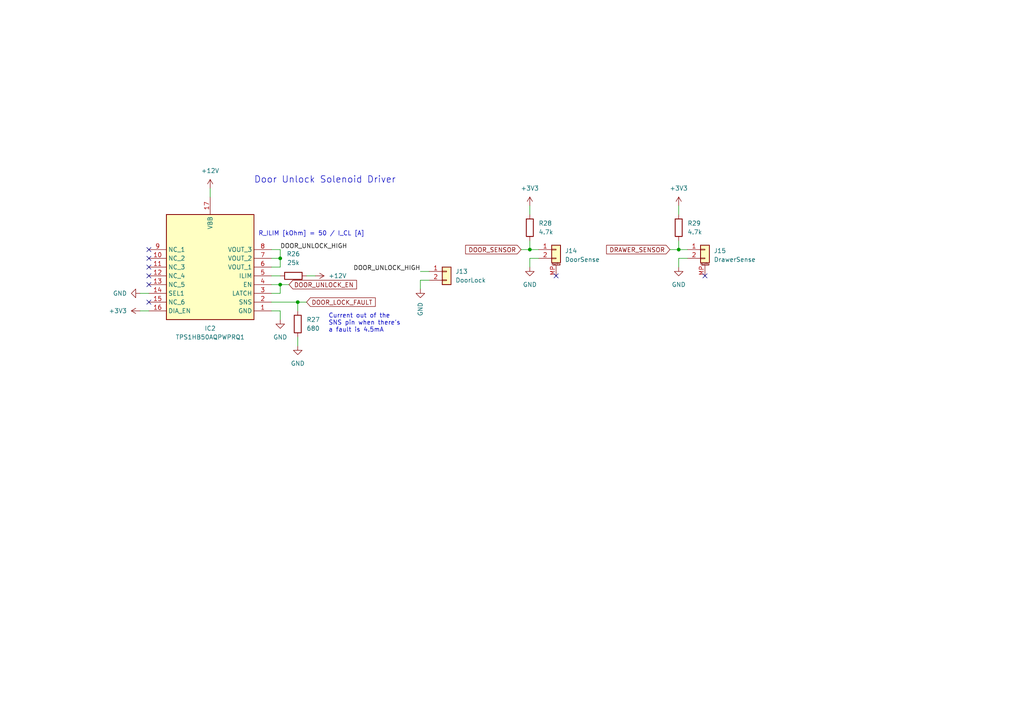
<source format=kicad_sch>
(kicad_sch (version 20231120) (generator "eeschema") (generator_version "8.0")
  (paper "A4")
  (lib_symbols
    (symbol "Connector_Generic:Conn_01x02" (pin_names (offset 1.016) hide)
      (property "Reference" "J" (at 0 2.54 0))
      (property "Value" "Conn_01x02" (at 0 -5.08 0))
      (symbol "Conn_01x02_1_1"
        (rectangle (start -1.27 -2.413) (end 0 -2.667) (stroke (width 0.1524)))
        (rectangle (start -1.27 0.127) (end 0 -0.127) (stroke (width 0.1524)))
        (rectangle (start -1.27 1.27) (end 1.27 -3.81) (stroke (width 0.254)) (fill (type background)))
        (pin passive line (at -5.08 0 0) (length 3.81) (name "Pin_1") (number "1"))
        (pin passive line (at -5.08 -2.54 0) (length 3.81) (name "Pin_2") (number "2"))
      )
    )
    (symbol "Connector_Generic_MountingPin:Conn_01x02_MountingPin" (pin_names (offset 1.016) hide)
      (property "Reference" "J" (at 0 2.54 0))
      (property "Value" "Conn_01x02_MountingPin" (at 1.27 -5.08 0))
      (symbol "Conn_01x02_MountingPin_1_1"
        (rectangle (start -1.27 -2.413) (end 0 -2.667) (stroke (width 0.1524)))
        (rectangle (start -1.27 0.127) (end 0 -0.127) (stroke (width 0.1524)))
        (rectangle (start -1.27 1.27) (end 1.27 -3.81) (stroke (width 0.254)) (fill (type background)))
        (polyline (pts (xy -1.016 -4.572) (xy 1.016 -4.572)) (stroke (width 0.1524)))
        (text "Mounting" (at 0 -4.191 0) (effects (font (size 0.381 0.381))))
        (pin passive line (at -5.08 0 0) (length 3.81) (name "Pin_1") (number "1"))
        (pin passive line (at -5.08 -2.54 0) (length 3.81) (name "Pin_2") (number "2"))
        (pin passive line (at 0 -7.62 90) (length 3.048) (name "MountPin") (number "MP"))
      )
    )
    (symbol "Device:R" (pin_numbers hide) (pin_names (offset 0))
      (property "Reference" "R" (at 2.032 0 90))
      (property "Value" "R" (at 0 0 90))
      (symbol "R_0_1"
        (rectangle (start -1.016 -2.54) (end 1.016 2.54) (stroke (width 0.254)))
      )
      (symbol "R_1_1"
        (pin passive line (at 0 3.81 270) (length 1.27) (name "~") (number "1"))
        (pin passive line (at 0 -3.81 90) (length 1.27) (name "~") (number "2"))
      )
    )
    (symbol "TPS1HB50AQPWPRQ1:TPS1HB50AQPWPRQ1"
      (property "Reference" "IC" (at 31.75 7.62 0))
      (property "Value" "TPS1HB50AQPWPRQ1" (at 31.75 5.08 0))
      (symbol "TPS1HB50AQPWPRQ1_1_1"
        (rectangle (start 5.08 2.54) (end 30.48 -27.94) (stroke (width 0.254)) (fill (type background)))
        (pin passive line (at 0 0 0) (length 5.08) (name "GND") (number "1"))
        (pin passive line (at 35.56 -15.24 180) (length 5.08) (name "NC_2") (number "10"))
        (pin passive line (at 35.56 -12.7 180) (length 5.08) (name "NC_3") (number "11"))
        (pin passive line (at 35.56 -10.16 180) (length 5.08) (name "NC_4") (number "12"))
        (pin passive line (at 35.56 -7.62 180) (length 5.08) (name "NC_5") (number "13"))
        (pin passive line (at 35.56 -5.08 180) (length 5.08) (name "SEL1") (number "14"))
        (pin passive line (at 35.56 -2.54 180) (length 5.08) (name "NC_6") (number "15"))
        (pin passive line (at 35.56 0 180) (length 5.08) (name "DIA_EN") (number "16"))
        (pin passive line (at 17.78 -33.02 90) (length 5.08) (name "VBB") (number "17"))
        (pin passive line (at 0 -2.54 0) (length 5.08) (name "SNS") (number "2"))
        (pin passive line (at 0 -5.08 0) (length 5.08) (name "LATCH") (number "3"))
        (pin passive line (at 0 -7.62 0) (length 5.08) (name "EN") (number "4"))
        (pin passive line (at 0 -10.16 0) (length 5.08) (name "ILIM") (number "5"))
        (pin passive line (at 0 -12.7 0) (length 5.08) (name "VOUT_1") (number "6"))
        (pin passive line (at 0 -15.24 0) (length 5.08) (name "VOUT_2") (number "7"))
        (pin passive line (at 0 -17.78 0) (length 5.08) (name "VOUT_3") (number "8"))
        (pin passive line (at 35.56 -17.78 180) (length 5.08) (name "NC_1") (number "9"))
      )
    )
    (symbol "power:+12V" (power) (pin_names (offset 0))
      (property "Value" "+12V" (at 0 3.556 0))
      (symbol "+12V_0_1"
        (polyline (pts (xy -0.762 1.27) (xy 0 2.54)))
        (polyline (pts (xy 0 0) (xy 0 2.54)))
        (polyline (pts (xy 0 2.54) (xy 0.762 1.27)))
      )
      (symbol "+12V_1_1"
        (pin power_in line (at 0 0 90) (length 0) hide (name "+12V") (number "1"))
      )
    )
    (symbol "power:+3V3" (power) (pin_names (offset 0))
      (property "Value" "+3V3" (at 0 3.556 0))
      (symbol "+3V3_0_1"
        (polyline (pts (xy -0.762 1.27) (xy 0 2.54)))
        (polyline (pts (xy 0 0) (xy 0 2.54)))
        (polyline (pts (xy 0 2.54) (xy 0.762 1.27)))
      )
      (symbol "+3V3_1_1"
        (pin power_in line (at 0 0 90) (length 0) hide (name "+3V3") (number "1"))
      )
    )
    (symbol "power:GND" (power) (pin_names (offset 0))
      (property "Value" "GND" (at 0 -3.81 0))
      (symbol "GND_0_1"
        (polyline (pts (xy 0 0) (xy 0 -1.27) (xy 1.27 -1.27) (xy 0 -2.54) (xy -1.27 -1.27) (xy 0 -1.27)))
      )
      (symbol "GND_1_1"
        (pin power_in line (at 0 0 270) (length 0) hide (name "GND") (number "1"))
      )
    )
  )
  (junction (at 153.67 72.39))
  (junction (at 86.36 87.63))
  (junction (at 196.85 72.39))
  (junction (at 81.28 74.93))
  (junction (at 81.28 82.55))
  (no_connect (at 43.18 77.47))
  (no_connect (at 43.18 80.01))
  (no_connect (at 43.18 72.39))
  (no_connect (at 43.18 74.93))
  (no_connect (at 161.29 80.01))
  (no_connect (at 204.47 80.01))
  (no_connect (at 43.18 87.63))
  (no_connect (at 43.18 82.55))
  (wire (pts (xy 196.85 72.39) (xy 199.39 72.39)))
  (wire (pts (xy 81.28 72.39) (xy 81.28 74.93)))
  (wire (pts (xy 78.74 90.17) (xy 81.28 90.17)))
  (wire (pts (xy 78.74 74.93) (xy 81.28 74.93)))
  (wire (pts (xy 40.64 85.09) (xy 43.18 85.09)))
  (wire (pts (xy 81.28 77.47) (xy 78.74 77.47)))
  (wire (pts (xy 121.92 81.28) (xy 124.46 81.28)))
  (wire (pts (xy 86.36 87.63) (xy 88.9 87.63)))
  (wire (pts (xy 81.28 74.93) (xy 81.28 77.47)))
  (wire (pts (xy 121.92 78.74) (xy 124.46 78.74)))
  (wire (pts (xy 78.74 80.01) (xy 81.28 80.01)))
  (wire (pts (xy 153.67 59.69) (xy 153.67 62.23)))
  (wire (pts (xy 196.85 74.93) (xy 199.39 74.93)))
  (wire (pts (xy 81.28 92.71) (xy 81.28 90.17)))
  (wire (pts (xy 78.74 72.39) (xy 81.28 72.39)))
  (wire (pts (xy 121.92 83.82) (xy 121.92 81.28)))
  (wire (pts (xy 86.36 97.79) (xy 86.36 100.33)))
  (wire (pts (xy 78.74 85.09) (xy 81.28 85.09)))
  (wire (pts (xy 78.74 87.63) (xy 86.36 87.63)))
  (wire (pts (xy 60.96 57.15) (xy 60.96 54.61)))
  (wire (pts (xy 196.85 69.85) (xy 196.85 72.39)))
  (wire (pts (xy 86.36 87.63) (xy 86.36 90.17)))
  (wire (pts (xy 196.85 59.69) (xy 196.85 62.23)))
  (wire (pts (xy 196.85 77.47) (xy 196.85 74.93)))
  (wire (pts (xy 194.31 72.39) (xy 196.85 72.39)))
  (wire (pts (xy 153.67 77.47) (xy 153.67 74.93)))
  (wire (pts (xy 88.9 80.01) (xy 91.44 80.01)))
  (wire (pts (xy 81.28 82.55) (xy 83.82 82.55)))
  (wire (pts (xy 40.64 90.17) (xy 43.18 90.17)))
  (wire (pts (xy 81.28 85.09) (xy 81.28 82.55)))
  (wire (pts (xy 78.74 82.55) (xy 81.28 82.55)))
  (wire (pts (xy 153.67 69.85) (xy 153.67 72.39)))
  (wire (pts (xy 153.67 72.39) (xy 156.21 72.39)))
  (wire (pts (xy 151.13 72.39) (xy 153.67 72.39)))
  (wire (pts (xy 153.67 74.93) (xy 156.21 74.93)))
  (text "R_ILIM [kOhm] = 50 / I_CL [A]" (at 74.93 68.58 0) (effects (font (size 1.27 1.27)) (justify left bottom)))
  (text "Door Unlock Solenoid Driver" (at 73.66 53.34 0) (effects (font (size 1.905 1.905)) (justify left bottom)))
  (text "Current out of the\nSNS pin when there's\na fault is 4.5mA" (at 95.25 96.52 0) (effects (font (size 1.27 1.27)) (justify left bottom)))
  (label "DOOR_UNLOCK_HIGH" (at 81.28 72.39 0))
  (label "DOOR_UNLOCK_HIGH" (at 121.92 78.74 180))
  (global_label "DOOR_LOCK_FAULT" (shape input) (at 88.9 87.63 0) (property "Intersheetrefs" "${INTERSHEET_REFS}" (effects (hide yes))))
  (global_label "DOOR_SENSOR" (shape input) (at 151.13 72.39 180) (property "Intersheetrefs" "${INTERSHEET_REFS}" (effects (hide yes))))
  (global_label "DOOR_UNLOCK_EN" (shape input) (at 83.82 82.55 0) (property "Intersheetrefs" "${INTERSHEET_REFS}" (effects (hide yes))))
  (global_label "DRAWER_SENSOR" (shape input) (at 194.31 72.39 180) (property "Intersheetrefs" "${INTERSHEET_REFS}" (effects (hide yes))))
  (symbol (lib_id "Device:R") (at 196.85 66.04 0) (unit 1)
    (property "Reference" "R29" (at 199.39 64.77 0) (effects (justify left)))
    (property "Value" "4.7k" (at 199.39 67.31 0) (effects (justify left)))
    (property "Footprint" "Resistor_SMD:R_0603_1608Metric_Pad0.98x0.95mm_HandSolder" (effects (hide yes)))
  )
  (symbol (lib_id "Connector_Generic_MountingPin:Conn_01x02_MountingPin") (at 161.29 72.39 0) (unit 1)
    (property "Reference" "J14" (at 163.83 72.7456 0) (effects (justify left)))
    (property "Value" "DoorSense" (at 163.83 75.2856 0) (effects (justify left)))
    (property "Footprint" "Connector_JST:JST_SH_SM02B-SRSS-TB_1x02-1MP_P1.00mm_Horizontal" (effects (hide yes)))
  )
  (symbol (lib_id "Device:R") (at 86.36 93.98 0) (unit 1)
    (property "Reference" "R27" (at 88.9 92.71 0) (effects (justify left)))
    (property "Value" "680" (at 88.9 95.25 0) (effects (justify left)))
    (property "Footprint" "Resistor_SMD:R_0603_1608Metric_Pad0.98x0.95mm_HandSolder" (effects (hide yes)))
  )
  (symbol (lib_id "power:GND") (at 86.36 100.33 0) (unit 1)
    (property "Reference" "#PWR0138" (effects (hide yes)))
    (property "Value" "GND" (at 86.36 105.41 0))
  )
  (symbol (lib_id "power:+12V") (at 91.44 80.01 270) (unit 1)
    (property "Reference" "#PWR0139" (effects (hide yes)))
    (property "Value" "+12V" (at 95.25 80.01 90) (effects (justify left)))
  )
  (symbol (lib_id "power:GND") (at 196.85 77.47 0) (unit 1)
    (property "Reference" "#PWR0144" (effects (hide yes)))
    (property "Value" "GND" (at 196.85 82.55 0))
  )
  (symbol (lib_id "Connector_Generic_MountingPin:Conn_01x02_MountingPin") (at 204.47 72.39 0) (unit 1)
    (property "Reference" "J15" (at 207.01 72.7456 0) (effects (justify left)))
    (property "Value" "DrawerSense" (at 207.01 75.2856 0) (effects (justify left)))
    (property "Footprint" "Connector_JST:JST_SH_SM02B-SRSS-TB_1x02-1MP_P1.00mm_Horizontal" (effects (hide yes)))
  )
  (symbol (lib_id "power:GND") (at 40.64 85.09 270) (unit 1)
    (property "Reference" "#PWR0134" (effects (hide yes)))
    (property "Value" "GND" (at 36.83 85.09 90) (effects (justify right)))
  )
  (symbol (lib_id "power:GND") (at 153.67 77.47 0) (unit 1)
    (property "Reference" "#PWR0142" (effects (hide yes)))
    (property "Value" "GND" (at 153.67 82.55 0))
  )
  (symbol (lib_id "Connector_Generic:Conn_01x02") (at 129.54 78.74 0) (unit 1)
    (property "Reference" "J13" (at 132.08 78.74 0) (effects (justify left)))
    (property "Value" "DoorLock" (at 132.08 81.28 0) (effects (justify left)))
    (property "Footprint" "Connector_JST:JST_XA_S02B-XASK-1_1x02_P2.50mm_Horizontal" (effects (hide yes)))
  )
  (symbol (lib_id "power:+12V") (at 60.96 54.61 0) (unit 1)
    (property "Reference" "#PWR0136" (effects (hide yes)))
    (property "Value" "+12V" (at 60.96 49.53 0))
  )
  (symbol (lib_id "Device:R") (at 85.09 80.01 90) (unit 1)
    (property "Reference" "R26" (at 85.09 73.66 90))
    (property "Value" "25k" (at 85.09 76.2 90))
    (property "Footprint" "Resistor_SMD:R_0603_1608Metric_Pad0.98x0.95mm_HandSolder" (effects (hide yes)))
  )
  (symbol (lib_id "TPS1HB50AQPWPRQ1:TPS1HB50AQPWPRQ1") (at 78.74 90.17 180) (unit 1)
    (property "Reference" "IC2" (at 60.96 95.25 0))
    (property "Value" "TPS1HB50AQPWPRQ1" (at 60.96 97.79 0))
    (property "Footprint" "Package_SO:HTSSOP-16-1EP_4.4x5mm_P0.65mm_EP3.4x5mm_Mask3x3mm_ThermalVias" (effects (hide yes)))
    (property "Datasheet" "https://www.ti.com/lit/ds/symlink/tps1hb50-q1.pdf?ts=1623230903557&ref_url=https%253A%252F%252Fwww.ti.com%252Fstore%252Fti%252Fen%252Fp%252Fproduct%252F%253Fp%253DTPS1HB50AQPWPRQ1%2526keyMatch%253DTPS1HB50AQPWPRQ1%2526tisearch%253Dsearch-everything%2526us" (effects (hide yes)))
    (property "Height" "1.2" (effects (hide yes)))
    (property "Manufacturer_Name" "Texas Instruments" (effects (hide yes)))
    (property "Manufacturer_Part_Number" "TPS1HB50AQPWPRQ1" (effects (hide yes)))
    (property "Mouser Part Number" "595-TPS1HB50AQPWPRQ1" (effects (hide yes)))
    (property "Mouser Price/Stock" "https://www.mouser.co.uk/ProductDetail/Texas-Instruments/TPS1HB50AQPWPRQ1?qs=KUoIvG%2F9Ilb5Sav9qhsjzQ%3D%3D" (effects (hide yes)))
  )
  (symbol (lib_id "power:+3V3") (at 153.67 59.69 0) (unit 1)
    (property "Reference" "#PWR0141" (effects (hide yes)))
    (property "Value" "+3V3" (at 153.67 54.61 0))
  )
  (symbol (lib_id "power:GND") (at 121.92 83.82 0) (unit 1)
    (property "Reference" "#PWR0140" (effects (hide yes)))
    (property "Value" "GND" (at 121.92 87.63 90) (effects (justify right)))
  )
  (symbol (lib_id "power:+3V3") (at 40.64 90.17 90) (unit 1)
    (property "Reference" "#PWR0135" (effects (hide yes)))
    (property "Value" "+3V3" (at 36.83 90.17 90) (effects (justify left)))
  )
  (symbol (lib_id "power:+3V3") (at 196.85 59.69 0) (unit 1)
    (property "Reference" "#PWR0143" (effects (hide yes)))
    (property "Value" "+3V3" (at 196.85 54.61 0))
  )
  (symbol (lib_id "Device:R") (at 153.67 66.04 0) (unit 1)
    (property "Reference" "R28" (at 156.21 64.77 0) (effects (justify left)))
    (property "Value" "4.7k" (at 156.21 67.31 0) (effects (justify left)))
    (property "Footprint" "Resistor_SMD:R_0603_1608Metric_Pad0.98x0.95mm_HandSolder" (effects (hide yes)))
  )
  (symbol (lib_id "power:GND") (at 81.28 92.71 0) (unit 1)
    (property "Reference" "#PWR0137" (effects (hide yes)))
    (property "Value" "GND" (at 81.28 97.79 0))
  )
)
</source>
